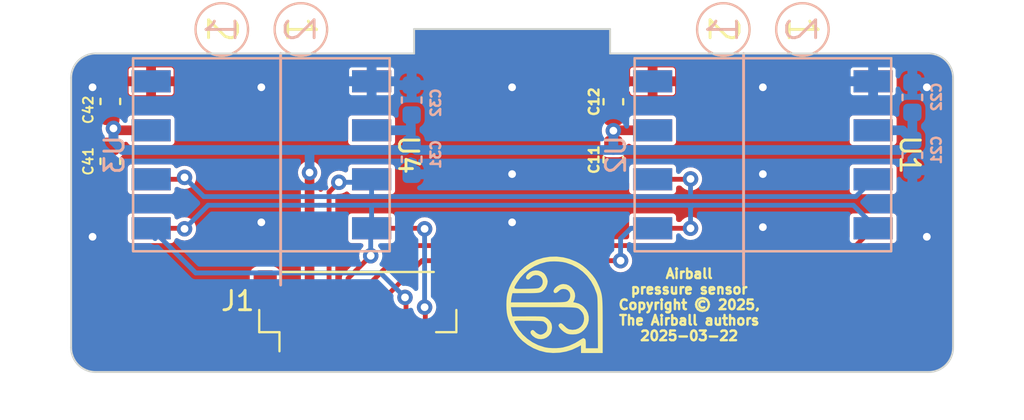
<source format=kicad_pcb>
(kicad_pcb (version 20221018) (generator pcbnew)
  (layers (0 "F.Cu" signal) (31 "B.Cu" signal) (34 "B.Paste" user) (35 "F.Paste" user) (36 "B.SilkS" user "B.Silkscreen") (37 "F.SilkS" user "F.Silkscreen") (38 "B.Mask" user) (39 "F.Mask" user) (44 "Edge.Cuts" user))
  (net 0 "")
  (net 1 "+3V3")
  (net 2 "GND")
  (net 3 "/!CS3")
  (net 4 "/!CS1")
  (net 5 "/MISO")
  (net 6 "/SCLK")
  (net 7 "/!CS2")
  (net 8 "/!CS4")
  (footprint "airball-hardware:JST_SH_BM08B-SRSS-TB_1x08-1MP_P1.00mm_Vertical" (layer "F.Cu") (at -8 13.335)
    (fp_text reference "J1" (at -6.224 -0.508) (layer "F.SilkS"))
    (fp_text value "Conn_01x08_Male")
    (fp_line (start -5.11 -0.04) (end -5.11 1.11) (stroke (width 0.12)) (layer "F.SilkS"))
    (fp_line (start -5.11 1.11) (end -4.06 1.11) (stroke (width 0.12)) (layer "F.SilkS"))
    (fp_line (start -4.06 1.11) (end -4.06 2.1) (stroke (width 0.12)) (layer "F.SilkS"))
    (fp_line (start -3.94 -2.01) (end 3.94 -2.01) (stroke (width 0.12)) (layer "F.SilkS"))
    (fp_line (start 5.11 -0.04) (end 5.11 1.11) (stroke (width 0.12)) (layer "F.SilkS"))
    (fp_line (start 5.11 1.11) (end 4.06 1.11) (stroke (width 0.12)) (layer "F.SilkS"))
    (pad "1" smd roundrect (at -3.5 1.325) (size 0.6 1.55) (layers "F.Cu" "F.Paste" "F.Mask") (net 2 "GND"))
    (pad "2" smd roundrect (at -2.5 1.325) (size 0.6 1.55) (layers "F.Cu" "F.Paste" "F.Mask") (net 1 "+3V3"))
    (pad "3" smd roundrect (at -1.5 1.325) (size 0.6 1.55) (layers "F.Cu" "F.Paste" "F.Mask") (net 5 "/MISO"))
    (pad "4" smd roundrect (at -0.5 1.325) (size 0.6 1.55) (layers "F.Cu" "F.Paste" "F.Mask") (net 6 "/SCLK"))
    (pad "5" smd roundrect (at 0.5 1.325) (size 0.6 1.55) (layers "F.Cu" "F.Paste" "F.Mask") (net 4 "/!CS1"))
    (pad "6" smd roundrect (at 1.5 1.325) (size 0.6 1.55) (layers "F.Cu" "F.Paste" "F.Mask") (net 7 "/!CS2"))
    (pad "7" smd roundrect (at 2.5 1.325) (size 0.6 1.55) (layers "F.Cu" "F.Paste" "F.Mask") (net 3 "/!CS3"))
    (pad "8" smd roundrect (at 3.5 1.325) (size 0.6 1.55) (layers "F.Cu" "F.Paste" "F.Mask") (net 8 "/!CS4"))
    (pad "MP" smd roundrect (at -4.8 -1.2) (size 1.2 1.8) (layers "F.Cu" "F.Paste" "F.Mask") (roundrect_rratio 0.2083333333))
    (pad "MP" smd roundrect (at 4.8 -1.2) (size 1.2 1.8) (layers "F.Cu" "F.Paste" "F.Mask") (roundrect_rratio 0.2083333333))
  )
  (footprint "airball-hardware:TruStability SMT RR" (layer "F.Cu") (at 13 5.25 -90)
    (fp_text reference "U1" (at 0 -7.62 -90 unlocked) (layer "F.SilkS"))
    (fp_text value "TruStability_SPI_RR")
    (fp_text user "1" (at -6.5 -2.05 -90 unlocked) (layer "F.SilkS") (effects (font (size 1.5 1.5))))
    (fp_text user "2" (at -6.5 2.05 -90 unlocked) (layer "F.SilkS") (effects (font (size 1.5 1.5))))
    (fp_rect (start -5 -6.65) (end 5 6.65) (stroke (width 0.12)) (fill none) (layer "F.SilkS"))
    (fp_circle (center -6.5 -2.05) (end -5.23 -2.54) (stroke (width 0.12)) (fill none) (layer "F.SilkS"))
    (fp_circle (center -6.5 2.05) (end -5.23 2.54) (stroke (width 0.12)) (fill none) (layer "F.SilkS"))
    (pad "1" smd rect (at -3.81 5.716 270) (size 1.143 2.032) (layers "F.Cu" "F.Paste" "F.Mask") (net 2 "GND"))
    (pad "2" smd rect (at -1.27 5.716 270) (size 1.143 2.032) (layers "F.Cu" "F.Paste" "F.Mask") (net 1 "+3V3"))
    (pad "3" smd rect (at 1.27 5.716 270) (size 1.143 2.032) (layers "F.Cu" "F.Paste" "F.Mask") (net 5 "/MISO"))
    (pad "4" smd rect (at 3.81 5.716 270) (size 1.143 2.032) (layers "F.Cu" "F.Paste" "F.Mask") (net 6 "/SCLK"))
    (pad "5" smd rect (at 3.81 -5.716 270) (size 1.143 2.032) (layers "F.Cu" "F.Paste" "F.Mask") (net 4 "/!CS1"))
    (pad "6" smd rect (at 1.27 -5.716 270) (size 1.143 2.032) (layers "F.Cu" "F.Paste" "F.Mask"))
    (pad "7" smd rect (at -1.27 -5.716 270) (size 1.143 2.032) (layers "F.Cu" "F.Paste" "F.Mask"))
    (pad "8" smd rect (at -3.81 -5.716 270) (size 1.143 2.032) (layers "F.Cu" "F.Paste" "F.Mask"))
  )
  (footprint "Capacitor_SMD:C_0603_1608Metric" (layer "F.Cu") (at -20.828 2.484 90)
    (fp_text reference "C42" (at -0.437 -1.143 90) (layer "F.SilkS") (effects (font (size 0.5 0.5) (thickness 0.1016) bold)))
    (fp_text value "4.7uF")
    (fp_line (start -0.14058 -0.51) (end 0.14058 -0.51) (stroke (width 0.12)) (layer "F.SilkS"))
    (fp_line (start -0.14058 0.51) (end 0.14058 0.51) (stroke (width 0.12)) (layer "F.SilkS"))
    (pad "1" smd roundrect (at -0.775 0 90) (size 0.9 0.95) (layers "F.Cu" "F.Paste" "F.Mask") (net 1 "+3V3"))
    (pad "2" smd roundrect (at 0.775 0 90) (size 0.9 0.95) (layers "F.Cu" "F.Paste" "F.Mask") (net 2 "GND"))
  )
  (footprint "airball-hardware:TruStability SMT RN" (layer "F.Cu") (at -13 5.25 -90)
    (fp_text reference "U4" (at 0 -7.62 -90 unlocked) (layer "F.SilkS"))
    (fp_text value "TruStability_SPI_RN")
    (fp_text user "2" (at -6.5 2.05 -90 unlocked) (layer "F.SilkS") (effects (font (size 1.5 1.5))))
    (fp_text user "1" (at -6.5 -2.05 -90 unlocked) (layer "F.SilkS") (effects (font (size 1.5 1.5))))
    (fp_rect (start -5 -6.65) (end 5 6.65) (stroke (width 0.12)) (fill none) (layer "F.SilkS"))
    (fp_circle (center -6.5 -2.05) (end -5.23 -2.54) (stroke (width 0.12)) (fill none) (layer "F.SilkS"))
    (fp_circle (center -6.5 2.05) (end -5.23 2.54) (stroke (width 0.12)) (fill none) (layer "F.SilkS"))
    (pad "1" smd rect (at -3.81 5.716 270) (size 1.143 2.032) (layers "F.Cu" "F.Paste" "F.Mask") (net 2 "GND"))
    (pad "2" smd rect (at -1.27 5.716 270) (size 1.143 2.032) (layers "F.Cu" "F.Paste" "F.Mask") (net 1 "+3V3"))
    (pad "3" smd rect (at 1.27 5.716 270) (size 1.143 2.032) (layers "F.Cu" "F.Paste" "F.Mask") (net 5 "/MISO"))
    (pad "4" smd rect (at 3.81 5.716 270) (size 1.143 2.032) (layers "F.Cu" "F.Paste" "F.Mask") (net 6 "/SCLK"))
    (pad "5" smd rect (at 3.81 -5.716 270) (size 1.143 2.032) (layers "F.Cu" "F.Paste" "F.Mask") (net 8 "/!CS4"))
    (pad "6" smd rect (at 1.27 -5.716 270) (size 1.143 2.032) (layers "F.Cu" "F.Paste" "F.Mask"))
    (pad "7" smd rect (at -1.27 -5.716 270) (size 1.143 2.032) (layers "F.Cu" "F.Paste" "F.Mask"))
    (pad "8" smd rect (at -3.81 -5.716 270) (size 1.143 2.032) (layers "F.Cu" "F.Paste" "F.Mask"))
  )
  (footprint "Capacitor_SMD:C_0603_1608Metric" (layer "F.Cu") (at 5.25 5.5 -90)
    (fp_text reference "C11" (at 0 1 -90) (layer "F.SilkS") (effects (font (size 0.5 0.5) (thickness 0.125))))
    (fp_text value "0.1uF")
    (fp_line (start -0.14058 -0.51) (end 0.14058 -0.51) (stroke (width 0.12)) (layer "F.SilkS"))
    (fp_line (start -0.14058 0.51) (end 0.14058 0.51) (stroke (width 0.12)) (layer "F.SilkS"))
    (pad "1" smd roundrect (at -0.775 0 270) (size 0.9 0.95) (layers "F.Cu" "F.Paste" "F.Mask") (net 1 "+3V3"))
    (pad "2" smd roundrect (at 0.775 0 270) (size 0.9 0.95) (layers "F.Cu" "F.Paste" "F.Mask") (net 2 "GND"))
  )
  (footprint "Capacitor_SMD:C_0603_1608Metric" (layer "F.Cu") (at -20.828 5.588 -90)
    (fp_text reference "C41" (at 0 1.143 90) (layer "F.SilkS") (effects (font (size 0.5 0.5) (thickness 0.1016) bold)))
    (fp_text value "0.1uF")
    (fp_line (start -0.14058 -0.51) (end 0.14058 -0.51) (stroke (width 0.12)) (layer "F.SilkS"))
    (fp_line (start -0.14058 0.51) (end 0.14058 0.51) (stroke (width 0.12)) (layer "F.SilkS"))
    (pad "1" smd roundrect (at -0.775 0 270) (size 0.9 0.95) (layers "F.Cu" "F.Paste" "F.Mask") (net 1 "+3V3"))
    (pad "2" smd roundrect (at 0.775 0 270) (size 0.9 0.95) (layers "F.Cu" "F.Paste" "F.Mask") (net 2 "GND"))
  )
  (footprint "Capacitor_SMD:C_0603_1608Metric" (layer "F.Cu") (at 5.25 2.5 90)
    (fp_text reference "C12" (at 0 -1 270) (layer "F.SilkS") (effects (font (size 0.5 0.5) (thickness 0.125))))
    (fp_text value "4.7uF")
    (fp_line (start -0.14058 -0.51) (end 0.14058 -0.51) (stroke (width 0.12)) (layer "F.SilkS"))
    (fp_line (start -0.14058 0.51) (end 0.14058 0.51) (stroke (width 0.12)) (layer "F.SilkS"))
    (pad "1" smd roundrect (at -0.775 0 90) (size 0.9 0.95) (layers "F.Cu" "F.Paste" "F.Mask") (net 1 "+3V3"))
    (pad "2" smd roundrect (at 0.775 0 90) (size 0.9 0.95) (layers "F.Cu" "F.Paste" "F.Mask") (net 2 "GND"))
  )
  (footprint "airball-hardware:airball-logo-5mm" (layer "F.Cu") (at 2.195 13.025)
    (fp_text reference "G***" hide)
    (fp_text value "LOGO" hide)
    (fp_poly (pts (xy 0.457393 -2.458507) (xy 0.795243 -2.371129) (xy 1.122553 -2.236779) (xy 1.306838 -2.136907) (xy 1.470307 -2.024633) (xy 1.643251 -1.879678) (xy 1.813315 -1.714395) (xy 1.968145 -1.541141) (xy 2.095385 -1.37227) (xy 2.136906 -1.306839) (xy 2.205555 -1.181269) (xy 2.275779 -1.036648) (xy 2.334211 -0.900781) (xy 2.342694 -0.878738) (xy 2.375195 -0.790116) (xy 2.402973 -0.707413) (xy 2.426398 -0.625961) (xy 2.445839 -0.541089) (xy 2.461665 -0.448128) (xy 2.474246 -0.342407) (xy 2.483952 -0.219256) (xy 2.49115 -0.074006) (xy 2.496211 0.098013) (xy 2.499503 0.301471) (xy 2.501396 0.541039) (xy 2.50226 0.821386) (xy 2.502463 1.141898) (xy 2.502463 2.502463) (xy 1.376354 2.502463) (xy 1.376354 2.099619) (xy 1.215782 2.189416) (xy 0.918799 2.328034) (xy 0.598738 2.427153) (xy 0.265177 2.485201) (xy -0.072308 2.500609) (xy -0.404138 2.471804) (xy -0.454218 2.463323) (xy -0.785436 2.378584) (xy -1.098718 2.24943) (xy -1.390322 2.079439) (xy -1.656501 1.872192) (xy -1.893511 1.631269) (xy -2.097608 1.36025) (xy -2.265046 1.062714) (xy -2.392081 0.742241) (xy -2.442049 0.563054) (xy -2.469728 0.402755) (xy -2.486429 0.209857) (xy -2.488738 0.125123) (xy -2.257984 0.125123) (xy -2.240912 0.269014) (xy -2.226657 0.368793) (xy -2.209103 0.46475) (xy -2.199394 0.507243) (xy -2.174948 0.60158) (xy -1.373138 0.599879) (xy -1.150798 0.599543) (xy -0.972669 0.5998) (xy -0.83291 0.600977) (xy -0.725684 0.603404) (xy -0.645151 0.607409) (xy -0.585473 0.61332) (xy -0.540811 0.621465) (xy -0.505327 0.632174) (xy -0.473181 0.645774) (xy -0.461936 0.651134) (xy -0.341797 0.730886) (xy -0.236001 0.840442) (xy -0.161781 0.961798) (xy -0.15953 0.96708) (xy -0.140095 1.039582) (xy -0.127878 1.135334) (xy -0.125673 1.194122) (xy -0.14804 1.35949) (xy -0.2091 1.50177) (xy -0.301803 1.618172) (xy -0.419096 1.705911) (xy -0.553926 1.762199) (xy -0.699242 1.784249) (xy -0.847991 1.769272) (xy -0.99312 1.714483) (xy -1.127578 1.617093) (xy -1.147164 1.597848) (xy -1.219339 1.507394) (xy -1.244714 1.430336) (xy -1.223949 1.364183) (xy -1.212782 1.350321) (xy -1.153159 1.307729) (xy -1.09274 1.313414) (xy -1.028527 1.36792) (xy -1.01348 1.386666) (xy -0.942903 1.453787) (xy -0.849685 1.510512) (xy -0.754712 1.545565) (xy -0.708085 1.551527) (xy -0.633991 1.534448) (xy -0.547306 1.491176) (xy -0.467846 1.433659) (xy -0.416531 1.375751) (xy -0.381349 1.280403) (xy -0.371921 1.170921) (xy -0.388131 1.067877) (xy -0.418624 1.005036) (xy -0.474493 0.942965) (xy -0.535121 0.88992) (xy -0.557366 0.875049) (xy -0.583701 0.863232) (xy -0.619971 0.854036) (xy -0.67202 0.847022) (xy -0.745695 0.841756) (xy -0.84684 0.8378) (xy -0.981301 0.834719) (xy -1.154923 0.832077) (xy -1.340619 0.829816) (xy -1.559338 0.827155) (xy -1.73258 0.825583) (xy -1.864916 0.826294) (xy -1.96092 0.830484) (xy -2.025162 0.839346) (xy -2.062216 0.854075) (xy -2.076652 0.875867) (xy -2.073044 0.905915) (xy -2.055963 0.945414) (xy -2.02998 0.995559) (xy -2.023473 1.008238) (xy -1.854289 1.287014) (xy -1.646091 1.539018) (xy -1.404404 1.759991) (xy -1.134754 1.945679) (xy -0.842665 2.091825) (xy -0.533663 2.194173) (xy -0.462566 2.210688) (xy -0.298845 2.235172) (xy -0.105978 2.247457) (xy 0.096631 2.247506) (xy 0.289578 2.23528) (xy 0.445242 2.212471) (xy 0.767539 2.120692) (xy 1.073003 1.982121) (xy 1.251392 1.874045) (xy 1.34524 1.813176) (xy 1.425637 1.764547) (xy 1.482461 1.734077) (xy 1.503375 1.726699) (xy 1.545303 1.742269) (xy 1.580837 1.768115) (xy 1.603685 1.797444) (xy 1.617619 1.842339) (xy 1.624602 1.914071) (xy 1.626597 2.02391) (xy 1.626601 2.030873) (xy 1.626601 2.252216) (xy 2.254655 2.252216) (xy 2.246157 0.919655) (xy 2.244232 0.62685) (xy 2.242372 0.379568) (xy 2.240385 0.173282) (xy 2.238078 0.003464) (xy 2.23526 -0.134411) (xy 2.231739 -0.244869) (xy 2.227321 -0.332439) (xy 2.221814 -0.401645) (xy 2.215027 -0.457014) (xy 2.206767 -0.503074) (xy 2.196841 -0.54435) (xy 2.185058 -0.585368) (xy 2.181759 -0.596246) (xy 2.057672 -0.92331) (xy 1.894957 -1.220827) (xy 1.695972 -1.486436) (xy 1.463077 -1.717778) (xy 1.19863 -1.912493) (xy 0.904991 -2.068221) (xy 0.600591 -2.17806) (xy 0.421707 -2.216324) (xy 0.213011 -2.24027) (xy -0.007157 -2.249222) (xy -0.220457 -2.242506) (xy -0.408547 -2.219446) (xy -0.426863 -2.215892) (xy -0.741122 -2.128058) (xy -1.039389 -1.997098) (xy -1.315952 -1.827094) (xy -1.565099 -1.622128) (xy -1.781119 -1.38628) (xy -1.9583 -1.123631) (xy -1.96024 -1.120204) (xy -2.012561 -1.028881) (xy -2.050937 -0.958169) (xy -2.071108 -0.905546) (xy -2.068813 -0.868493) (xy -2.039793 -0.84449) (xy -1.979788 -0.831015) (xy -1.884537 -0.82555) (xy -1.74978 -0.825573) (xy -1.571258 -0.828564) (xy -1.470197 -0.830291) (xy -1.272792 -0.83391) (xy -1.11905 -0.838074) (xy -1.002585 -0.843262) (xy -0.91701 -0.849952) (xy -0.855938 -0.858625) (xy -0.812985 -0.869758) (xy -0.785736 -0.881628) (xy -0.690441 -0.95733) (xy -0.631139 -1.055404) (xy -0.606768 -1.165598) (xy -0.616263 -1.277656) (xy -0.658562 -1.381326) (xy -0.732601 -1.466351) (xy -0.837316 -1.522479) (xy -0.852665 -1.526995) (xy -0.984672 -1.539383) (xy -1.106509 -1.502788) (xy -1.217995 -1.417271) (xy -1.232617 -1.401566) (xy -1.295092 -1.33711) (xy -1.341301 -1.307683) (xy -1.384805 -1.308121) (xy -1.42805 -1.327186) (xy -1.469308 -1.374035) (xy -1.474337 -1.443515) (xy -1.444278 -1.524967) (xy -1.40028 -1.586494) (xy -1.279201 -1.689526) (xy -1.136858 -1.754586) (xy -0.983149 -1.781723) (xy -0.827972 -1.770987) (xy -0.681224 -1.722428) (xy -0.552804 -1.636096) (xy -0.501161 -1.581963) (xy -0.43555 -1.481304) (xy -0.383652 -1.362688) (xy -0.354081 -1.247857) (xy -0.350345 -1.201267) (xy -0.369287 -1.070093) (xy -0.419805 -0.934243) (xy -0.492441 -0.817105) (xy -0.516994 -0.789249) (xy -0.569483 -0.737098) (xy -0.618741 -0.695624) (xy -0.671136 -0.6636) (xy -0.73304 -0.639801) (xy -0.810821 -0.622999) (xy -0.91085 -0.61197) (xy -1.039498 -0.605486) (xy -1.203135 -0.602322) (xy -1.40813 -0.601251) (xy -1.494258 -0.601141) (xy -2.175214 -0.600592) (xy -2.199527 -0.506749) (xy -2.216584 -0.426703) (xy -2.233319 -0.325831) (xy -2.240912 -0.269015) (xy -2.257984 -0.125124) (xy -0.852479 -0.125124) (xy -0.544317 -0.125119) (xy -0.282139 -0.125331) (xy -0.06188 -0.126103) (xy 0.120528 -0.127776) (xy 0.269148 -0.130691) (xy 0.388047 -0.13519) (xy 0.48129 -0.141614) (xy 0.552943 -0.150304) (xy 0.607071 -0.161603) (xy 0.64774 -0.175851) (xy 0.679016 -0.193391) (xy 0.704963 -0.214563) (xy 0.729648 -0.23971) (xy 0.748077 -0.259565) (xy 0.799462 -0.34754) (xy 0.820864 -0.458031) (xy 0.810669 -0.572318) (xy 0.781626 -0.648707) (xy 0.701379 -0.746276) (xy 0.592808 -0.80413) (xy 0.461232 -0.819609) (xy 0.442451 -0.818347) (xy 0.362756 -0.805276) (xy 0.299314 -0.775519) (xy 0.230914 -0.718372) (xy 0.216282 -0.704197) (xy 0.126202 -0.630318) (xy 0.052343 -0.602357) (xy -0.007399 -0.619658) (xy -0.02002 -0.630621) (xy -0.048193 -0.68902) (xy -0.036616 -0.759315) (xy 0.007858 -0.835154) (xy 0.078374 -0.910179) (xy 0.168081 -0.978037) (xy 0.270126 -1.032371) (xy 0.377655 -1.066828) (xy 0.460052 -1.075815) (xy 0.613275 -1.058549) (xy 0.748045 -1.002485) (xy 0.876208 -0.902477) (xy 0.889759 -0.889223) (xy 0.996918 -0.751856) (xy 1.059151 -0.601425) (xy 1.075209 -0.444466) (xy 1.043841 -0.287515) (xy 1.016933 -0.224591) (xy 0.990184 -0.169392) (xy 0.976446 -0.137957) (xy 0.97596 -0.135991) (xy 0.99805 -0.128484) (xy 1.053659 -0.117197) (xy 1.082315 -0.112322) (xy 1.26694 -0.059482) (xy 1.435336 0.038117) (xy 1.522441 0.111233) (xy 1.649868 0.262369) (xy 1.735193 0.432893) (xy 1.778415 0.61513) (xy 1.779534 0.801408) (xy 1.738549 0.984053) (xy 1.655462 1.155392) (xy 1.530272 1.307751) (xy 1.522441 1.31517) (xy 1.392267 1.422164) (xy 1.265188 1.490796) (xy 1.124862 1.527453) (xy 0.954946 1.538521) (xy 0.950936 1.538525) (xy 0.822757 1.534654) (xy 0.726653 1.521145) (xy 0.645114 1.495162) (xy 0.622552 1.485284) (xy 0.494833 1.409637) (xy 0.371601 1.307508) (xy 0.271915 1.195435) (xy 0.248345 1.160569) (xy 0.215862 1.102627) (xy 0.209874 1.064362) (xy 0.228556 1.024183) (xy 0.235863 1.01284) (xy 0.279335 0.966151) (xy 0.32943 0.955688) (xy 0.391906 0.983189) (xy 0.472519 1.050394) (xy 0.520943 1.098925) (xy 0.624684 1.196266) (xy 0.713127 1.254805) (xy 0.763251 1.273958) (xy 0.938656 1.299163) (xy 1.102327 1.280779) (xy 1.248307 1.223126) (xy 1.370642 1.13052) (xy 1.463377 1.007278) (xy 1.520555 0.857717) (xy 1.536753 0.713202) (xy 1.51657 0.551796) (xy 1.453609 0.410068) (xy 1.347173 0.282591) (xy 1.315715 0.252509) (xy 1.286011 0.226524) (xy 1.254343 0.204336) (xy 1.216991 0.185645) (xy 1.170236 0.170151) (xy 1.110359 0.157555) (xy 1.033642 0.147556) (xy 0.936365 0.139856) (xy 0.814809 0.134154) (xy 0.665255 0.130151) (xy 0.483984 0.127546) (xy 0.267277 0.126041) (xy 0.011415 0.125335) (xy -0.287321 0.125129) (xy -0.606621 0.125123) (xy -2.257984 0.125123) (xy -2.488738 0.125123) (xy -2.492131 0.000595) (xy -2.486815 -0.208795) (xy -2.47046 -0.402077) (xy -2.443478 -0.561171) (xy -2.342544 -0.88564) (xy -2.197779 -1.193381) (xy -2.013396 -1.479521) (xy -1.793608 -1.739188) (xy -1.542626 -1.967509) (xy -1.264663 -2.159614) (xy -0.96393 -2.310628) (xy -0.913618 -2.330792) (xy -0.576503 -2.435054) (xy -0.23277 -2.490843) (xy 0.113292 -2.498536)) (fill solid) (layer "F.SilkS"))
  )
  (footprint "Capacitor_SMD:C_0603_1608Metric" (layer "B.Cu") (at -5.207 5.484 -90)
    (fp_text reference "C31" (at -0.25 -1.25 -90) (layer "B.SilkS") (effects (font (size 0.5 0.5) (thickness 0.125)) (justify mirror)))
    (fp_text value "0.1uF")
    (fp_line (start -0.14058 -0.51) (end 0.14058 -0.51) (stroke (width 0.12)) (layer "B.SilkS"))
    (fp_line (start -0.14058 0.51) (end 0.14058 0.51) (stroke (width 0.12)) (layer "B.SilkS"))
    (pad "1" smd roundrect (at -0.775 0 270) (size 0.9 0.95) (layers "B.Cu" "B.Paste" "B.Mask") (net 1 "+3V3"))
    (pad "2" smd roundrect (at 0.775 0 270) (size 0.9 0.95) (layers "B.Cu" "B.Paste" "B.Mask") (net 2 "GND"))
  )
  (footprint "Capacitor_SMD:C_0603_1608Metric" (layer "B.Cu") (at 20.75 5.275 -90)
    (fp_text reference "C21" (at -0.275 -1.25 -90) (layer "B.SilkS") (effects (font (size 0.5 0.5) (thickness 0.125)) (justify mirror)))
    (fp_text value "0.1uF")
    (fp_line (start -0.14058 -0.51) (end 0.14058 -0.51) (stroke (width 0.12)) (layer "B.SilkS"))
    (fp_line (start -0.14058 0.51) (end 0.14058 0.51) (stroke (width 0.12)) (layer "B.SilkS"))
    (pad "1" smd roundrect (at -0.775 0 270) (size 0.9 0.95) (layers "B.Cu" "B.Paste" "B.Mask") (net 1 "+3V3"))
    (pad "2" smd roundrect (at 0.775 0 270) (size 0.9 0.95) (layers "B.Cu" "B.Paste" "B.Mask") (net 2 "GND"))
  )
  (footprint "Capacitor_SMD:C_0603_1608Metric" (layer "B.Cu") (at -5.207 2.413 90)
    (fp_text reference "C32" (at -0.14058 1.25 270) (layer "B.SilkS") (effects (font (size 0.5 0.5) (thickness 0.125)) (justify mirror)))
    (fp_text value "4.7uF")
    (fp_line (start -0.14058 -0.51) (end 0.14058 -0.51) (stroke (width 0.12)) (layer "B.SilkS"))
    (fp_line (start -0.14058 0.51) (end 0.14058 0.51) (stroke (width 0.12)) (layer "B.SilkS"))
    (pad "1" smd roundrect (at -0.775 0 90) (size 0.9 0.95) (layers "B.Cu" "B.Paste" "B.Mask") (net 1 "+3V3"))
    (pad "2" smd roundrect (at 0.775 0 90) (size 0.9 0.95) (layers "B.Cu" "B.Paste" "B.Mask") (net 2 "GND"))
  )
  (footprint "airball-hardware:TruStability SMT RR" (layer "B.Cu") (at 13 5.25 -90)
    (fp_text reference "U2" (at 0 7.62 90 unlocked) (layer "B.SilkS") (effects (justify mirror)))
    (fp_text value "TruStability_SPI_RR")
    (fp_text user "1" (at -6.5 2.05 90 unlocked) (layer "B.SilkS") (effects (font (size 1.5 1.5)) (justify mirror)))
    (fp_text user "2" (at -6.5 -2.05 90 unlocked) (layer "B.SilkS") (effects (font (size 1.5 1.5)) (justify mirror)))
    (fp_rect (start -5 6.65) (end 5 -6.65) (stroke (width 0.12)) (fill none) (layer "B.SilkS"))
    (fp_circle (center -6.5 -2.05) (end -5.23 -2.54) (stroke (width 0.12)) (fill none) (layer "B.SilkS"))
    (fp_circle (center -6.5 2.05) (end -5.23 2.54) (stroke (width 0.12)) (fill none) (layer "B.SilkS"))
    (pad "1" smd rect (at -3.81 -5.716 270) (size 1.143 2.032) (layers "B.Cu" "B.Paste" "B.Mask") (net 2 "GND"))
    (pad "2" smd rect (at -1.27 -5.716 270) (size 1.143 2.032) (layers "B.Cu" "B.Paste" "B.Mask") (net 1 "+3V3"))
    (pad "3" smd rect (at 1.27 -5.716 270) (size 1.143 2.032) (layers "B.Cu" "B.Paste" "B.Mask") (net 5 "/MISO"))
    (pad "4" smd rect (at 3.81 -5.716 270) (size 1.143 2.032) (layers "B.Cu" "B.Paste" "B.Mask") (net 6 "/SCLK"))
    (pad "5" smd rect (at 3.81 5.716 270) (size 1.143 2.032) (layers "B.Cu" "B.Paste" "B.Mask") (net 7 "/!CS2"))
    (pad "6" smd rect (at 1.27 5.716 270) (size 1.143 2.032) (layers "B.Cu" "B.Paste" "B.Mask"))
    (pad "7" smd rect (at -1.27 5.716 270) (size 1.143 2.032) (layers "B.Cu" "B.Paste" "B.Mask"))
    (pad "8" smd rect (at -3.81 5.716 270) (size 1.143 2.032) (layers "B.Cu" "B.Paste" "B.Mask"))
  )
  (footprint "Capacitor_SMD:C_0603_1608Metric" (layer "B.Cu") (at 20.75 2.275 90)
    (fp_text reference "C22" (at 0.025 1.25 90) (layer "B.SilkS") (effects (font (size 0.5 0.5) (thickness 0.125)) (justify mirror)))
    (fp_text value "4.7uF")
    (fp_line (start -0.14058 -0.51) (end 0.14058 -0.51) (stroke (width 0.12)) (layer "B.SilkS"))
    (fp_line (start -0.14058 0.51) (end 0.14058 0.51) (stroke (width 0.12)) (layer "B.SilkS"))
    (pad "1" smd roundrect (at -0.775 0 90) (size 0.9 0.95) (layers "B.Cu" "B.Paste" "B.Mask") (net 1 "+3V3"))
    (pad "2" smd roundrect (at 0.775 0 90) (size 0.9 0.95) (layers "B.Cu" "B.Paste" "B.Mask") (net 2 "GND"))
  )
  (footprint "airball-hardware:TruStability SMT RR" (layer "B.Cu") (at -13 5.25 -90)
    (fp_text reference "U3" (at 0 7.62 90 unlocked) (layer "B.SilkS") (effects (justify mirror)))
    (fp_text value "TruStability_SPI_RR")
    (fp_text user "2" (at -6.5 -2.05 90 unlocked) (layer "B.SilkS") (effects (font (size 1.5 1.5)) (justify mirror)))
    (fp_text user "1" (at -6.5 2.05 90 unlocked) (layer "B.SilkS") (effects (font (size 1.5 1.5)) (justify mirror)))
    (fp_rect (start -5 6.65) (end 5 -6.65) (stroke (width 0.12)) (fill none) (layer "B.SilkS"))
    (fp_circle (center -6.5 -2.05) (end -5.23 -2.54) (stroke (width 0.12)) (fill none) (layer "B.SilkS"))
    (fp_circle (center -6.5 2.05) (end -5.23 2.54) (stroke (width 0.12)) (fill none) (layer "B.SilkS"))
    (pad "1" smd rect (at -3.81 -5.716 270) (size 1.143 2.032) (layers "B.Cu" "B.Paste" "B.Mask") (net 2 "GND"))
    (pad "2" smd rect (at -1.27 -5.716 270) (size 1.143 2.032) (layers "B.Cu" "B.Paste" "B.Mask") (net 1 "+3V3"))
    (pad "3" smd rect (at 1.27 -5.716 270) (size 1.143 2.032) (layers "B.Cu" "B.Paste" "B.Mask") (net 5 "/MISO"))
    (pad "4" smd rect (at 3.81 -5.716 270) (size 1.143 2.032) (layers "B.Cu" "B.Paste" "B.Mask") (net 6 "/SCLK"))
    (pad "5" smd rect (at 3.81 5.716 270) (size 1.143 2.032) (layers "B.Cu" "B.Paste" "B.Mask") (net 3 "/!CS3"))
    (pad "6" smd rect (at 1.27 5.716 270) (size 1.143 2.032) (layers "B.Cu" "B.Paste" "B.Mask"))
    (pad "7" smd rect (at -1.27 5.716 270) (size 1.143 2.032) (layers "B.Cu" "B.Paste" "B.Mask"))
    (pad "8" smd rect (at -3.81 5.716 270) (size 1.143 2.032) (layers "B.Cu" "B.Paste" "B.Mask"))
  )
  (gr_line (start 12 0) (end 12 12) (stroke (width 0.15)) (layer "B.SilkS"))
  (gr_line (start -12 0) (end -12 12) (stroke (width 0.15)) (layer "B.SilkS"))
  (gr_line (start 5.08 -1.27) (end 5.08 0) (stroke (width 0.1)) (layer "Edge.Cuts"))
  (gr_arc (start -21.59 16.51) (mid -22.488026 16.138026) (end -22.86 15.24) (stroke (width 0.1)) (layer "Edge.Cuts"))
  (gr_arc (start 22.86 15.24) (mid 22.488026 16.138026) (end 21.59 16.51) (stroke (width 0.1)) (layer "Edge.Cuts"))
  (gr_line (start 22.86 1.27) (end 22.86 15.24) (stroke (width 0.1)) (layer "Edge.Cuts"))
  (gr_arc (start -22.86 1.27) (mid -22.488026 0.371974) (end -21.59 0) (stroke (width 0.1)) (layer "Edge.Cuts"))
  (gr_arc (start 21.59 0) (mid 22.488026 0.371974) (end 22.86 1.27) (stroke (width 0.1)) (layer "Edge.Cuts"))
  (gr_line (start 21.59 0) (end 5.08 0) (stroke (width 0.1)) (layer "Edge.Cuts"))
  (gr_line (start -5.08 0) (end -5.08 -1.27) (stroke (width 0.1)) (layer "Edge.Cuts"))
  (gr_line (start 21.59 16.51) (end -21.59 16.51) (stroke (width 0.1)) (layer "Edge.Cuts"))
  (gr_line (start -22.86 15.24) (end -22.86 1.27) (stroke (width 0.1)) (layer "Edge.Cuts"))
  (gr_line (start -5.08 0) (end -21.59 0) (stroke (width 0.1)) (layer "Edge.Cuts"))
  (gr_line (start -5.08 -1.27) (end 5.08 -1.27) (stroke (width 0.1)) (layer "Edge.Cuts"))
  (gr_text "Airball\npressure sensor\nCopyright © 2025,\nThe Airball authors\n2025-03-22" (at 9.18 13.025) (layer "F.SilkS") (effects (font (size 0.5 0.5) (thickness 0.125))))
  (segment (start -20.566 3.98) (end -20.665 3.881) (width 0.5) (layer "F.Cu") (net 1))
  (segment (start -20.665 3.881) (end -20.665 4.65) (width 0.5) (layer "F.Cu") (net 1))
  (segment (start 5.27 3.98) (end 7.284 3.98) (width 0.5) (layer "F.Cu") (net 1))
  (segment (start 5.25 4) (end 5.27 3.98) (width 0.5) (layer "F.Cu") (net 1))
  (segment (start -10.5 6.172) (end -10.5 14.66) (width 0.5) (layer "F.Cu") (net 1))
  (segment (start -18.716 3.98) (end -20.566 3.98) (width 0.5) (layer "F.Cu") (net 1))
  (segment (start 5.25 3.275) (end 5.25 4) (width 0.5) (layer "F.Cu") (net 1))
  (segment (start 5.25 4) (end 5.25 4.725) (width 0.5) (layer "F.Cu") (net 1))
  (segment (start -20.665 4.65) (end -20.828 4.813) (width 0.5) (layer "F.Cu") (net 1))
  (via (at 5.25 4) (size 0.8) (drill 0.4) (layers "F.Cu" "B.Cu") (net 1))
  (via (at -20.665 3.881) (size 0.8) (drill 0.4) (layers "F.Cu" "B.Cu") (net 1))
  (via (at -10.5 6.172) (size 0.8) (drill 0.4) (layers "F.Cu" "B.Cu") (net 1))
  (segment (start -20.665 4.5185) (end -20.665 3.881) (width 0.5) (layer "B.Cu") (net 1))
  (segment (start -5.25 4.725) (end -5.5265 5.0015) (width 0.5) (layer "B.Cu") (net 1))
  (segment (start -7.284 3.98) (end -5.349 3.98) (width 0.5) (layer "B.Cu") (net 1))
  (segment (start -10.5 6.172) (end -10.5 5.0015) (width 0.5) (layer "B.Cu") (net 1))
  (segment (start 18.716 3.98) (end 20.23 3.98) (width 0.5) (layer "B.Cu") (net 1))
  (segment (start 5.25 4) (end 5.25 5) (width 0.5) (layer "B.Cu") (net 1))
  (segment (start -5.25 3.881) (end -5.25 4.725) (width 0.5) (layer "B.Cu") (net 1))
  (segment (start 20.2485 5.0015) (end 20.75 4.5) (width 0.5) (layer "B.Cu") (net 1))
  (segment (start -11.648 5.0015) (end -20.182 5.0015) (width 0.5) (layer "B.Cu") (net 1))
  (segment (start -20.182 5.0015) (end -20.665 4.5185) (width 0.5) (layer "B.Cu") (net 1))
  (segment (start -5.349 3.98) (end -5.25 3.881) (width 0.5) (layer "B.Cu") (net 1))
  (segment (start -5.5265 5.0015) (end -11.648 5.0015) (width 0.5) (layer "B.Cu") (net 1))
  (segment (start 20.75 4.5) (end 20.75 3.05) (width 0.5) (layer "B.Cu") (net 1))
  (segment (start 20.23 3.98) (end 20.75 4.5) (width 0.5) (layer "B.Cu") (net 1))
  (segment (start -4.9735 5.0015) (end 20.2485 5.0015) (width 0.5) (layer "B.Cu") (net 1))
  (segment (start -5.25 3.275) (end -5.25 3.881) (width 0.5) (layer "B.Cu") (net 1))
  (via (at -13 8.75) (size 0.8) (drill 0.4) (layers "F.Cu" "B.Cu") (net 2))
  (via (at -13 1.75) (size 0.8) (drill 0.4) (layers "F.Cu" "B.Cu") (net 2))
  (via (at 21.5 1.75) (size 0.8) (drill 0.4) (layers "F.Cu" "B.Cu") (net 2))
  (via (at -21.75 9.5) (size 0.8) (drill 0.4) (layers "F.Cu" "B.Cu") (net 2))
  (via (at 0 6.25) (size 0.8) (drill 0.4) (layers "F.Cu" "B.Cu") (net 2))
  (via (at 13 1.75) (size 0.8) (drill 0.4) (layers "F.Cu" "B.Cu") (net 2))
  (via (at -21.75 1.75) (size 0.8) (drill 0.4) (layers "F.Cu" "B.Cu") (net 2))
  (via (at 0 1.75) (size 0.8) (drill 0.4) (layers "F.Cu" "B.Cu") (net 2))
  (via (at 21.5 9.5) (size 0.8) (drill 0.4) (layers "F.Cu" "B.Cu") (net 2))
  (via (at 13 9) (size 0.8) (drill 0.4) (layers "F.Cu" "B.Cu") (net 2))
  (via (at 0 8.75) (size 0.8) (drill 0.4) (layers "F.Cu" "B.Cu") (net 2))
  (via (at 13 6.25) (size 0.8) (drill 0.4) (layers "F.Cu" "B.Cu") (net 2))
  (segment (start -5.5 12.696) (end -5.552 12.644) (width 0.25) (layer "F.Cu") (net 3))
  (segment (start -5.5 14.66) (end -5.5 12.696) (width 0.25) (layer "F.Cu") (net 3))
  (via (at -5.552 12.644) (size 0.8) (drill 0.4) (layers "F.Cu" "B.Cu") (net 3))
  (segment (start -6.822 11.374) (end -16.402 11.374) (width 0.25) (layer "B.Cu") (net 3))
  (segment (start -18.506 9.596) (end -18.716 9.386) (width 0.25) (layer "B.Cu") (net 3))
  (segment (start -18.716 9.386) (end -18.716 9.06) (width 0.25) (layer "B.Cu") (net 3))
  (segment (start -5.552 12.644) (end -6.822 11.374) (width 0.25) (layer "B.Cu") (net 3))
  (segment (start -16.402 11.374) (end -18.716 9.06) (width 0.25) (layer "B.Cu") (net 3))
  (segment (start -7.5 14.66) (end -7.5 12.052) (width 0.25) (layer "F.Cu") (net 4))
  (segment (start -7.5 12.052) (end -5.4045 9.9565) (width 0.25) (layer "F.Cu") (net 4))
  (segment (start 17.8195 9.9565) (end 18.716 9.06) (width 0.25) (layer "F.Cu") (net 4))
  (segment (start -5.4045 9.9565) (end 17.8195 9.9565) (width 0.25) (layer "F.Cu") (net 4))
  (segment (start -9.489 7.183) (end -9.489 12.495) (width 0.25) (layer "F.Cu") (net 5))
  (segment (start -18.716 6.52) (end -17.081 6.52) (width 0.25) (layer "F.Cu") (net 5))
  (segment (start -9.5 12.506) (end -9.5 14.66) (width 0.25) (layer "F.Cu") (net 5))
  (segment (start -9.489 12.495) (end -9.5 12.506) (width 0.25) (layer "F.Cu") (net 5))
  (segment (start 9.23 6.52) (end 7.284 6.52) (width 0.25) (layer "F.Cu") (net 5))
  (segment (start -8.981 6.675) (end -9.489 7.183) (width 0.25) (layer "F.Cu") (net 5))
  (segment (start -17.081 6.52) (end -16.982 6.421) (width 0.25) (layer "F.Cu") (net 5))
  (segment (start 9.25 6.5) (end 9.23 6.52) (width 0.25) (layer "F.Cu") (net 5))
  (via (at -16.982 6.421) (size 0.8) (drill 0.4) (layers "F.Cu" "B.Cu") (net 5))
  (via (at -8.981 6.675) (size 0.8) (drill 0.4) (layers "F.Cu" "B.Cu") (net 5))
  (via (at 9.25 6.5) (size 0.8) (drill 0.4) (layers "F.Cu" "B.Cu") (net 5))
  (segment (start 9.25 7.4165) (end 9.25 6.5) (width 0.25) (layer "B.Cu") (net 5))
  (segment (start -7.439 6.675) (end -7.284 6.52) (width 0.25) (layer "B.Cu") (net 5))
  (segment (start -6.441 7.4165) (end 17.8195 7.4165) (width 0.25) (layer "B.Cu") (net 5))
  (segment (start 9.25 6.5) (end 9.25 6.75) (width 0.25) (layer "B.Cu") (net 5))
  (segment (start -7.33 7.4165) (end -7.284 7.3705) (width 0.25) (layer "B.Cu") (net 5))
  (segment (start -8.981 6.675) (end -7.439 6.675) (width 0.25) (layer "B.Cu") (net 5))
  (segment (start 17.8195 7.4165) (end 18.716 6.52) (width 0.25) (layer "B.Cu") (net 5))
  (segment (start -6.441 7.4165) (end -7.33 7.4165) (width 0.25) (layer "B.Cu") (net 5))
  (segment (start -15.9865 7.4165) (end -16.982 6.421) (width 0.25) (layer "B.Cu") (net 5))
  (segment (start -7.284 7.3705) (end -7.284 6.52) (width 0.25) (layer "B.Cu") (net 5))
  (segment (start -7.33 7.4165) (end -15.9865 7.4165) (width 0.25) (layer "B.Cu") (net 5))
  (segment (start -7.33 10.485) (end -8.5 11.655) (width 0.25) (layer "F.Cu") (net 6))
  (segment (start 9.25 9.06) (end 7.284 9.06) (width 0.25) (layer "F.Cu") (net 6))
  (segment (start -8.5 11.655) (end -8.5 14.66) (width 0.25) (layer "F.Cu") (net 6))
  (segment (start -17.01 9.06) (end -16.982 9.088) (width 0.25) (layer "F.Cu") (net 6))
  (segment (start -18.716 9.06) (end -17.01 9.06) (width 0.25) (layer "F.Cu") (net 6))
  (via (at 9.25 9.06) (size 0.8) (drill 0.4) (layers "F.Cu" "B.Cu") (net 6))
  (via (at -7.33 10.485) (size 0.8) (drill 0.4) (layers "F.Cu" "B.Cu") (net 6))
  (via (at -16.982 9.088) (size 0.8) (drill 0.4) (layers "F.Cu" "B.Cu") (net 6))
  (segment (start -7.33 9.106) (end -7.284 9.06) (width 0.25) (layer "B.Cu") (net 6))
  (segment (start 9.25 9.06) (end 9.25 7.983) (width 0.25) (layer "B.Cu") (net 6))
  (segment (start 9.1165 7.8665) (end 9.3665 7.8665) (width 0.25) (layer "B.Cu") (net 6))
  (segment (start -7.33 10.485) (end -7.33 9.106) (width 0.25) (layer "B.Cu") (net 6))
  (segment (start -9.997 7.8665) (end -15.7605 7.8665) (width 0.25) (layer "B.Cu") (net 6))
  (segment (start -6.314 7.8665) (end -9.997 7.8665) (width 0.25) (layer "B.Cu") (net 6))
  (segment (start -7.284 7.9475) (end -7.284 9.06) (width 0.25) (layer "B.Cu") (net 6))
  (segment (start 9.25 7.983) (end 9.3665 7.8665) (width 0.25) (layer "B.Cu") (net 6))
  (segment (start 18.716 8.888) (end 18.716 9.06) (width 0.25) (layer "B.Cu") (net 6))
  (segment (start -7.203 7.8665) (end -7.284 7.9475) (width 0.25) (layer "B.Cu") (net 6))
  (segment (start -6.314 7.8665) (end 9.1165 7.8665) (width 0.25) (layer "B.Cu") (net 6))
  (segment (start 17.6945 7.8665) (end 18.716 8.888) (width 0.25) (layer "B.Cu") (net 6))
  (segment (start -15.7605 7.8665) (end -16.982 9.088) (width 0.25) (layer "B.Cu") (net 6))
  (segment (start 9.3665 7.8665) (end 17.6945 7.8665) (width 0.25) (layer "B.Cu") (net 6))
  (segment (start -7.203 7.8665) (end -6.314 7.8665) (width 0.25) (layer "B.Cu") (net 6))
  (segment (start -4.672305 10.739) (end -6.5 12.566695) (width 0.25) (layer "F.Cu") (net 7))
  (segment (start 5.624 10.739) (end -4.672305 10.739) (width 0.25) (layer "F.Cu") (net 7))
  (segment (start -6.5 12.566695) (end -6.5 14.66) (width 0.25) (layer "F.Cu") (net 7))
  (via (at 5.624 10.739) (size 0.8) (drill 0.4) (layers "F.Cu" "B.Cu") (net 7))
  (segment (start 5.624 10.739) (end 5.624 9.596) (width 0.25) (layer "B.Cu") (net 7))
  (segment (start 5.624 9.596) (end 6.16 9.06) (width 0.25) (layer "B.Cu") (net 7))
  (segment (start 6.16 9.06) (end 7.284 9.06) (width 0.25) (layer "B.Cu") (net 7))
  (segment (start -4.5 14.66) (end -4.5 13.188) (width 0.25) (layer "F.Cu") (net 8))
  (segment (start -4.5 13.188) (end -4.536 13.152) (width 0.25) (layer "F.Cu") (net 8))
  (segment (start -4.536 9.088) (end -4.564 9.06) (width 0.25) (layer "F.Cu") (net 8))
  (segment (start -4.564 9.06) (end -7.284 9.06) (width 0.25) (layer "F.Cu") (net 8))
  (via (at -4.536 9.088) (size 0.8) (drill 0.4) (layers "F.Cu" "B.Cu") (net 8))
  (via (at -4.536 13.152) (size 0.8) (drill 0.4) (layers "F.Cu" "B.Cu") (net 8))
  (segment (start -4.536 9.088) (end -4.536 13.152) (width 0.25) (layer "B.Cu") (net 8))
  (zone (net 2) (net_name "GND") (layers "F&B.Cu") (connect_pads (clearance 0.15)) (min_thickness 0.254) (fill yes (thermal_gap 0.15) (thermal_bridge_width 0.508))
    (polygon (pts (xy 24 19) (xy -24 19) (xy -24 -2) (xy 24 -2)))
  )
)
</source>
